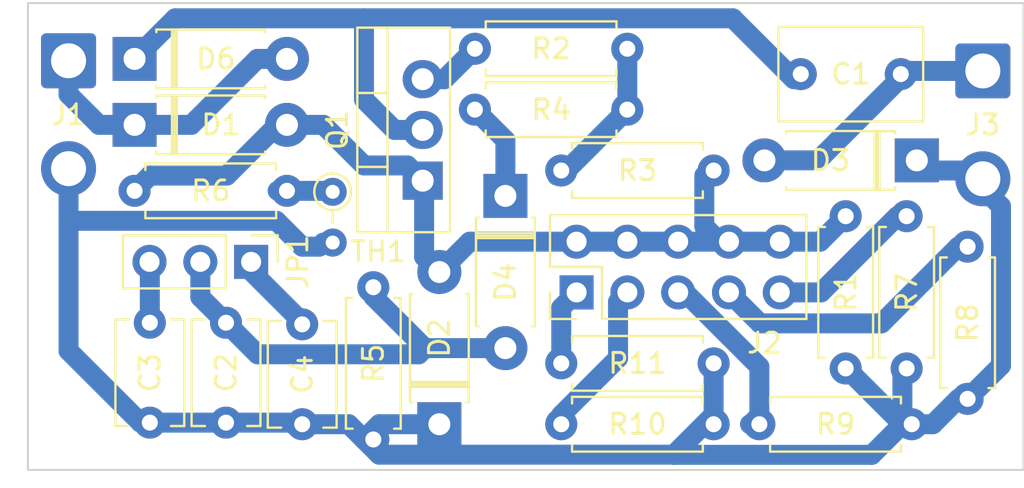
<source format=kicad_pcb>
(kicad_pcb (version 20221018) (generator pcbnew)
  (layers (0 "F.Cu" signal) (31 "B.Cu" signal) (34 "B.Paste" user) (35 "F.Paste" user) (36 "B.SilkS" user "B.Silkscreen") (37 "F.SilkS" user "F.Silkscreen") (38 "B.Mask" user) (39 "F.Mask" user) (44 "Edge.Cuts" user))
  (net 0 "")
  (net 1 "Net-(D1-K)")
  (net 2 "Net-(D6-K)")
  (net 3 "GND")
  (net 4 "Net-(D4-A)")
  (net 5 "Net-(JP1-B)")
  (net 6 "Net-(JP1-A)")
  (net 7 "Net-(D1-A)")
  (net 8 "Net-(D4-K)")
  (net 9 "Net-(Q1-G)")
  (net 10 "Net-(R2-Pad2)")
  (net 11 "Net-(R6-Pad2)")
  (net 12 "Net-(D3-A)")
  (net 13 "Net-(J2-Pin_1)")
  (net 14 "Net-(J2-Pin_3)")
  (net 15 "Net-(J2-Pin_5)")
  (net 16 "Net-(J2-Pin_7)")
  (net 17 "Net-(J2-Pin_9)")
  (footprint "Connector_Wire:SolderWire-1sqmm_1x02_P5.4mm_D1.4mm_OD2.7mm" (layer "F.Cu") (at 93.98 56.482 -90)
    (fp_text reference "J1" (at 2.7 0) (layer "F.SilkS"))
    (fp_text value "IN")
    (pad "1" thru_hole roundrect (at 0 0 270) (size 2.75 2.75) (drill 1.75) (layers "*.Cu" "*.Mask") (roundrect_rratio 0.090909) (net 1 "Net-(D1-K)"))
    (pad "2" thru_hole circle (at 5.4 0 270) (size 2.75 2.75) (drill 1.75) (layers "*.Cu" "*.Mask") (net 3 "GND"))
  )
  (footprint "Connector_PinHeader_2.54mm:PinHeader_1x03_P2.54mm_Vertical" (layer "F.Cu") (at 103.109 66.548 -90)
    (fp_text reference "JP1" (at 0 -2.33 90) (layer "F.SilkS"))
    (fp_text value "AutoR")
    (fp_line (start -1.33 -1.33) (end 0 -1.33) (stroke (width 0.12)) (layer "F.SilkS"))
    (fp_line (start -1.33 0) (end -1.33 -1.33) (stroke (width 0.12)) (layer "F.SilkS"))
    (fp_line (start -1.33 1.27) (end -1.33 6.41) (stroke (width 0.12)) (layer "F.SilkS"))
    (fp_line (start -1.33 1.27) (end 1.33 1.27) (stroke (width 0.12)) (layer "F.SilkS"))
    (fp_line (start -1.33 6.41) (end 1.33 6.41) (stroke (width 0.12)) (layer "F.SilkS"))
    (fp_line (start 1.33 1.27) (end 1.33 6.41) (stroke (width 0.12)) (layer "F.SilkS"))
    (pad "1" thru_hole rect (at 0 0 270) (size 1.7 1.7) (drill 1) (layers "*.Cu" "*.Mask") (net 6 "Net-(JP1-A)"))
    (pad "2" thru_hole oval (at 0 2.54 270) (size 1.7 1.7) (drill 1) (layers "*.Cu" "*.Mask") (net 4 "Net-(D4-A)"))
    (pad "3" thru_hole oval (at 0 5.08 270) (size 1.7 1.7) (drill 1) (layers "*.Cu" "*.Mask") (net 5 "Net-(JP1-B)"))
  )
  (footprint "Diode_THT:D_DO-41_SOD81_P7.62mm_Horizontal" (layer "F.Cu") (at 112.522 74.676 90)
    (fp_text reference "D2" (at 4.318 0 90) (layer "F.SilkS"))
    (fp_text value "1N4007")
    (fp_line (start 1.09 -1.47) (end 6.53 -1.47) (stroke (width 0.12)) (layer "F.SilkS"))
    (fp_line (start 1.09 -1.34) (end 1.09 -1.47) (stroke (width 0.12)) (layer "F.SilkS"))
    (fp_line (start 1.09 1.34) (end 1.09 1.47) (stroke (width 0.12)) (layer "F.SilkS"))
    (fp_line (start 1.09 1.47) (end 6.53 1.47) (stroke (width 0.12)) (layer "F.SilkS"))
    (fp_line (start 1.87 -1.47) (end 1.87 1.47) (stroke (width 0.12)) (layer "F.SilkS"))
    (fp_line (start 1.99 -1.47) (end 1.99 1.47) (stroke (width 0.12)) (layer "F.SilkS"))
    (fp_line (start 2.11 -1.47) (end 2.11 1.47) (stroke (width 0.12)) (layer "F.SilkS"))
    (fp_line (start 6.53 -1.47) (end 6.53 -1.34) (stroke (width 0.12)) (layer "F.SilkS"))
    (fp_line (start 6.53 1.47) (end 6.53 1.34) (stroke (width 0.12)) (layer "F.SilkS"))
    (pad "1" thru_hole rect (at 0 0 90) (size 2.2 2.2) (drill 1.1) (layers "*.Cu" "*.Mask") (net 3 "GND"))
    (pad "2" thru_hole oval (at 7.62 0 90) (size 2.2 2.2) (drill 1.1) (layers "*.Cu" "*.Mask") (net 7 "Net-(D1-A)"))
  )
  (footprint "Resistor_THT:R_Axial_DIN0207_L6.3mm_D2.5mm_P7.62mm_Horizontal" (layer "F.Cu") (at 109.22 67.818 -90)
    (fp_text reference "R5" (at 3.81 0 90) (layer "F.SilkS"))
    (fp_text value "680")
    (fp_line (start 0.54 -1.37) (end 7.08 -1.37) (stroke (width 0.12)) (layer "F.SilkS"))
    (fp_line (start 0.54 -1.04) (end 0.54 -1.37) (stroke (width 0.12)) (layer "F.SilkS"))
    (fp_line (start 0.54 1.04) (end 0.54 1.37) (stroke (width 0.12)) (layer "F.SilkS"))
    (fp_line (start 0.54 1.37) (end 7.08 1.37) (stroke (width 0.12)) (layer "F.SilkS"))
    (fp_line (start 7.08 -1.37) (end 7.08 -1.04) (stroke (width 0.12)) (layer "F.SilkS"))
    (fp_line (start 7.08 1.37) (end 7.08 1.04) (stroke (width 0.12)) (layer "F.SilkS"))
    (pad "1" thru_hole circle (at 0 0 270) (size 1.6 1.6) (drill 0.8) (layers "*.Cu" "*.Mask") (net 4 "Net-(D4-A)"))
    (pad "2" thru_hole oval (at 7.62 0 270) (size 1.6 1.6) (drill 0.8) (layers "*.Cu" "*.Mask") (net 3 "GND"))
  )
  (footprint "Connector_Wire:SolderWire-1sqmm_1x02_P5.4mm_D1.4mm_OD2.7mm" (layer "F.Cu") (at 139.7 56.99 -90)
    (fp_text reference "J3" (at 2.7 0 -180) (layer "F.SilkS"))
    (fp_text value "OUT")
    (pad "1" thru_hole roundrect (at 0 0 270) (size 2.75 2.75) (drill 1.75) (layers "*.Cu" "*.Mask") (roundrect_rratio 0.090909) (net 12 "Net-(D3-A)"))
    (pad "2" thru_hole circle (at 5.4 0 270) (size 2.75 2.75) (drill 1.75) (layers "*.Cu" "*.Mask") (net 3 "GND"))
  )
  (footprint "Resistor_THT:R_Axial_DIN0207_L6.3mm_D2.5mm_P7.62mm_Horizontal" (layer "F.Cu") (at 132.842 64.262 -90)
    (fp_text reference "R1" (at 3.81 0 90) (layer "F.SilkS"))
    (fp_text value "33 1W")
    (fp_line (start 0.54 -1.37) (end 7.08 -1.37) (stroke (width 0.12)) (layer "F.SilkS"))
    (fp_line (start 0.54 -1.04) (end 0.54 -1.37) (stroke (width 0.12)) (layer "F.SilkS"))
    (fp_line (start 0.54 1.04) (end 0.54 1.37) (stroke (width 0.12)) (layer "F.SilkS"))
    (fp_line (start 0.54 1.37) (end 7.08 1.37) (stroke (width 0.12)) (layer "F.SilkS"))
    (fp_line (start 7.08 -1.37) (end 7.08 -1.04) (stroke (width 0.12)) (layer "F.SilkS"))
    (fp_line (start 7.08 1.37) (end 7.08 1.04) (stroke (width 0.12)) (layer "F.SilkS"))
    (pad "1" thru_hole circle (at 0 0 270) (size 1.6 1.6) (drill 0.8) (layers "*.Cu" "*.Mask") (net 7 "Net-(D1-A)"))
    (pad "2" thru_hole oval (at 7.62 0 270) (size 1.6 1.6) (drill 0.8) (layers "*.Cu" "*.Mask") (net 3 "GND"))
  )
  (footprint "Resistor_THT:R_Axial_DIN0207_L6.3mm_D2.5mm_P7.62mm_Horizontal" (layer "F.Cu") (at 114.3 55.88)
    (fp_text reference "R2" (at 3.81 0) (layer "F.SilkS"))
    (fp_text value "180")
    (fp_line (start 0.54 -1.37) (end 7.08 -1.37) (stroke (width 0.12)) (layer "F.SilkS"))
    (fp_line (start 0.54 -1.04) (end 0.54 -1.37) (stroke (width 0.12)) (layer "F.SilkS"))
    (fp_line (start 0.54 1.04) (end 0.54 1.37) (stroke (width 0.12)) (layer "F.SilkS"))
    (fp_line (start 0.54 1.37) (end 7.08 1.37) (stroke (width 0.12)) (layer "F.SilkS"))
    (fp_line (start 7.08 -1.37) (end 7.08 -1.04) (stroke (width 0.12)) (layer "F.SilkS"))
    (fp_line (start 7.08 1.37) (end 7.08 1.04) (stroke (width 0.12)) (layer "F.SilkS"))
    (pad "1" thru_hole circle (at 0 0) (size 1.6 1.6) (drill 0.8) (layers "*.Cu" "*.Mask") (net 9 "Net-(Q1-G)"))
    (pad "2" thru_hole oval (at 7.62 0) (size 1.6 1.6) (drill 0.8) (layers "*.Cu" "*.Mask") (net 10 "Net-(R2-Pad2)"))
  )
  (footprint "Diode_THT:D_DO-41_SOD81_P7.62mm_Horizontal" (layer "F.Cu") (at 136.398 61.468 180)
    (fp_text reference "D3" (at 4.318 0) (layer "F.SilkS"))
    (fp_text value "1N4007")
    (fp_line (start 1.09 -1.47) (end 6.53 -1.47) (stroke (width 0.12)) (layer "F.SilkS"))
    (fp_line (start 1.09 -1.34) (end 1.09 -1.47) (stroke (width 0.12)) (layer "F.SilkS"))
    (fp_line (start 1.09 1.34) (end 1.09 1.47) (stroke (width 0.12)) (layer "F.SilkS"))
    (fp_line (start 1.09 1.47) (end 6.53 1.47) (stroke (width 0.12)) (layer "F.SilkS"))
    (fp_line (start 1.87 -1.47) (end 1.87 1.47) (stroke (width 0.12)) (layer "F.SilkS"))
    (fp_line (start 1.99 -1.47) (end 1.99 1.47) (stroke (width 0.12)) (layer "F.SilkS"))
    (fp_line (start 2.11 -1.47) (end 2.11 1.47) (stroke (width 0.12)) (layer "F.SilkS"))
    (fp_line (start 6.53 -1.47) (end 6.53 -1.34) (stroke (width 0.12)) (layer "F.SilkS"))
    (fp_line (start 6.53 1.47) (end 6.53 1.34) (stroke (width 0.12)) (layer "F.SilkS"))
    (pad "1" thru_hole rect (at 0 0 180) (size 2.2 2.2) (drill 1.1) (layers "*.Cu" "*.Mask") (net 3 "GND"))
    (pad "2" thru_hole oval (at 7.62 0 180) (size 2.2 2.2) (drill 1.1) (layers "*.Cu" "*.Mask") (net 12 "Net-(D3-A)"))
  )
  (footprint "Diode_THT:D_DO-41_SOD81_P7.62mm_Horizontal" (layer "F.Cu") (at 115.824 63.246 -90)
    (fp_text reference "D4" (at 4.318 0 90) (layer "F.SilkS"))
    (fp_text value "1N4004")
    (fp_line (start 1.09 -1.47) (end 6.53 -1.47) (stroke (width 0.12)) (layer "F.SilkS"))
    (fp_line (start 1.09 -1.34) (end 1.09 -1.47) (stroke (width 0.12)) (layer "F.SilkS"))
    (fp_line (start 1.09 1.34) (end 1.09 1.47) (stroke (width 0.12)) (layer "F.SilkS"))
    (fp_line (start 1.09 1.47) (end 6.53 1.47) (stroke (width 0.12)) (layer "F.SilkS"))
    (fp_line (start 1.87 -1.47) (end 1.87 1.47) (stroke (width 0.12)) (layer "F.SilkS"))
    (fp_line (start 1.99 -1.47) (end 1.99 1.47) (stroke (width 0.12)) (layer "F.SilkS"))
    (fp_line (start 2.11 -1.47) (end 2.11 1.47) (stroke (width 0.12)) (layer "F.SilkS"))
    (fp_line (start 6.53 -1.47) (end 6.53 -1.34) (stroke (width 0.12)) (layer "F.SilkS"))
    (fp_line (start 6.53 1.47) (end 6.53 1.34) (stroke (width 0.12)) (layer "F.SilkS"))
    (pad "1" thru_hole rect (at 0 0 270) (size 2.2 2.2) (drill 1.1) (layers "*.Cu" "*.Mask") (net 8 "Net-(D4-K)"))
    (pad "2" thru_hole oval (at 7.62 0 270) (size 2.2 2.2) (drill 1.1) (layers "*.Cu" "*.Mask") (net 4 "Net-(D4-A)"))
  )
  (footprint "Resistor_THT:R_Axial_DIN0207_L6.3mm_D2.5mm_P7.62mm_Horizontal" (layer "F.Cu") (at 128.524 74.676)
    (fp_text reference "R9" (at 3.81 0) (layer "F.SilkS"))
    (fp_text value "100")
    (fp_line (start 0.54 -1.37) (end 7.08 -1.37) (stroke (width 0.12)) (layer "F.SilkS"))
    (fp_line (start 0.54 -1.04) (end 0.54 -1.37) (stroke (width 0.12)) (layer "F.SilkS"))
    (fp_line (start 0.54 1.04) (end 0.54 1.37) (stroke (width 0.12)) (layer "F.SilkS"))
    (fp_line (start 0.54 1.37) (end 7.08 1.37) (stroke (width 0.12)) (layer "F.SilkS"))
    (fp_line (start 7.08 -1.37) (end 7.08 -1.04) (stroke (width 0.12)) (layer "F.SilkS"))
    (fp_line (start 7.08 1.37) (end 7.08 1.04) (stroke (width 0.12)) (layer "F.SilkS"))
    (pad "1" thru_hole circle (at 0 0) (size 1.6 1.6) (drill 0.8) (layers "*.Cu" "*.Mask") (net 15 "Net-(J2-Pin_5)"))
    (pad "2" thru_hole oval (at 7.62 0) (size 1.6 1.6) (drill 0.8) (layers "*.Cu" "*.Mask") (net 3 "GND"))
  )
  (footprint "Resistor_THT:R_Axial_DIN0207_L6.3mm_D2.5mm_P7.62mm_Horizontal" (layer "F.Cu") (at 138.938 65.786 -90)
    (fp_text reference "R8" (at 3.81 0 90) (layer "F.SilkS"))
    (fp_text value "180")
    (fp_line (start 0.54 -1.37) (end 7.08 -1.37) (stroke (width 0.12)) (layer "F.SilkS"))
    (fp_line (start 0.54 -1.04) (end 0.54 -1.37) (stroke (width 0.12)) (layer "F.SilkS"))
    (fp_line (start 0.54 1.04) (end 0.54 1.37) (stroke (width 0.12)) (layer "F.SilkS"))
    (fp_line (start 0.54 1.37) (end 7.08 1.37) (stroke (width 0.12)) (layer "F.SilkS"))
    (fp_line (start 7.08 -1.37) (end 7.08 -1.04) (stroke (width 0.12)) (layer "F.SilkS"))
    (fp_line (start 7.08 1.37) (end 7.08 1.04) (stroke (width 0.12)) (layer "F.SilkS"))
    (pad "1" thru_hole circle (at 0 0 270) (size 1.6 1.6) (drill 0.8) (layers "*.Cu" "*.Mask") (net 16 "Net-(J2-Pin_7)"))
    (pad "2" thru_hole oval (at 7.62 0 270) (size 1.6 1.6) (drill 0.8) (layers "*.Cu" "*.Mask") (net 3 "GND"))
  )
  (footprint "Diode_THT:D_DO-41_SOD81_P7.62mm_Horizontal" (layer "F.Cu") (at 97.282 56.388)
    (fp_text reference "D6" (at 4.064 0) (layer "F.SilkS"))
    (fp_text value "1N4007")
    (fp_line (start 1.09 -1.47) (end 6.53 -1.47) (stroke (width 0.12)) (layer "F.SilkS"))
    (fp_line (start 1.09 -1.34) (end 1.09 -1.47) (stroke (width 0.12)) (layer "F.SilkS"))
    (fp_line (start 1.09 1.34) (end 1.09 1.47) (stroke (width 0.12)) (layer "F.SilkS"))
    (fp_line (start 1.09 1.47) (end 6.53 1.47) (stroke (width 0.12)) (layer "F.SilkS"))
    (fp_line (start 1.87 -1.47) (end 1.87 1.47) (stroke (width 0.12)) (layer "F.SilkS"))
    (fp_line (start 1.99 -1.47) (end 1.99 1.47) (stroke (width 0.12)) (layer "F.SilkS"))
    (fp_line (start 2.11 -1.47) (end 2.11 1.47) (stroke (width 0.12)) (layer "F.SilkS"))
    (fp_line (start 6.53 -1.47) (end 6.53 -1.34) (stroke (width 0.12)) (layer "F.SilkS"))
    (fp_line (start 6.53 1.47) (end 6.53 1.34) (stroke (width 0.12)) (layer "F.SilkS"))
    (pad "1" thru_hole rect (at 0 0) (size 2.2 2.2) (drill 1.1) (layers "*.Cu" "*.Mask") (net 2 "Net-(D6-K)"))
    (pad "2" thru_hole oval (at 7.62 0) (size 2.2 2.2) (drill 1.1) (layers "*.Cu" "*.Mask") (net 1 "Net-(D1-K)"))
  )
  (footprint "Capacitor_THT:C_Disc_D5.1mm_W3.2mm_P5.00mm" (layer "F.Cu") (at 101.854 74.596 90)
    (fp_text reference "C2" (at 2.5 0 90) (layer "F.SilkS"))
    (fp_text value "4.7u")
    (fp_line (start -0.17 -1.721) (end -0.17 -1.055) (stroke (width 0.12)) (layer "F.SilkS"))
    (fp_line (start -0.17 -1.721) (end 5.17 -1.721) (stroke (width 0.12)) (layer "F.SilkS"))
    (fp_line (start -0.17 1.055) (end -0.17 1.721) (stroke (width 0.12)) (layer "F.SilkS"))
    (fp_line (start -0.17 1.721) (end 5.17 1.721) (stroke (width 0.12)) (layer "F.SilkS"))
    (fp_line (start 5.17 -1.721) (end 5.17 -1.055) (stroke (width 0.12)) (layer "F.SilkS"))
    (fp_line (start 5.17 1.055) (end 5.17 1.721) (stroke (width 0.12)) (layer "F.SilkS"))
    (pad "1" thru_hole circle (at 0 0 90) (size 1.6 1.6) (drill 0.8) (layers "*.Cu" "*.Mask") (net 3 "GND"))
    (pad "2" thru_hole circle (at 5 0 90) (size 1.6 1.6) (drill 0.8) (layers "*.Cu" "*.Mask") (net 4 "Net-(D4-A)"))
  )
  (footprint "Resistor_THT:R_Axial_DIN0207_L6.3mm_D2.5mm_P7.62mm_Horizontal" (layer "F.Cu") (at 118.618 74.676)
    (fp_text reference "R10" (at 3.81 0) (layer "F.SilkS"))
    (fp_text value "68")
    (fp_line (start 0.54 -1.37) (end 7.08 -1.37) (stroke (width 0.12)) (layer "F.SilkS"))
    (fp_line (start 0.54 -1.04) (end 0.54 -1.37) (stroke (width 0.12)) (layer "F.SilkS"))
    (fp_line (start 0.54 1.04) (end 0.54 1.37) (stroke (width 0.12)) (layer "F.SilkS"))
    (fp_line (start 0.54 1.37) (end 7.08 1.37) (stroke (width 0.12)) (layer "F.SilkS"))
    (fp_line (start 7.08 -1.37) (end 7.08 -1.04) (stroke (width 0.12)) (layer "F.SilkS"))
    (fp_line (start 7.08 1.37) (end 7.08 1.04) (stroke (width 0.12)) (layer "F.SilkS"))
    (pad "1" thru_hole circle (at 0 0) (size 1.6 1.6) (drill 0.8) (layers "*.Cu" "*.Mask") (net 14 "Net-(J2-Pin_3)"))
    (pad "2" thru_hole oval (at 7.62 0) (size 1.6 1.6) (drill 0.8) (layers "*.Cu" "*.Mask") (net 3 "GND"))
  )
  (footprint "Resistor_THT:R_Axial_DIN0207_L6.3mm_D2.5mm_P7.62mm_Horizontal" (layer "F.Cu") (at 135.89 64.262 -90)
    (fp_text reference "R7" (at 3.81 0 90) (layer "F.SilkS"))
    (fp_text value "330")
    (fp_line (start 0.54 -1.37) (end 7.08 -1.37) (stroke (width 0.12)) (layer "F.SilkS"))
    (fp_line (start 0.54 -1.04) (end 0.54 -1.37) (stroke (width 0.12)) (layer "F.SilkS"))
    (fp_line (start 0.54 1.04) (end 0.54 1.37) (stroke (width 0.12)) (layer "F.SilkS"))
    (fp_line (start 0.54 1.37) (end 7.08 1.37) (stroke (width 0.12)) (layer "F.SilkS"))
    (fp_line (start 7.08 -1.37) (end 7.08 -1.04) (stroke (width 0.12)) (layer "F.SilkS"))
    (fp_line (start 7.08 1.37) (end 7.08 1.04) (stroke (width 0.12)) (layer "F.SilkS"))
    (pad "1" thru_hole circle (at 0 0 270) (size 1.6 1.6) (drill 0.8) (layers "*.Cu" "*.Mask") (net 17 "Net-(J2-Pin_9)"))
    (pad "2" thru_hole oval (at 7.62 0 270) (size 1.6 1.6) (drill 0.8) (layers "*.Cu" "*.Mask") (net 3 "GND"))
  )
  (footprint "Connector_PinHeader_2.54mm:PinHeader_2x05_P2.54mm_Vertical" (layer "F.Cu") (at 119.385 68.077 90)
    (fp_text reference "J2" (at -2.535 9.393 180) (layer "F.SilkS"))
    (fp_text value "R_ARRAY")
    (fp_line (start -1.33 -1.33) (end 0 -1.33) (stroke (width 0.12)) (layer "F.SilkS"))
    (fp_line (start -1.33 0) (end -1.33 -1.33) (stroke (width 0.12)) (layer "F.SilkS"))
    (fp_line (start -1.33 1.27) (end -1.33 11.49) (stroke (width 0.12)) (layer "F.SilkS"))
    (fp_line (start -1.33 1.27) (end 1.27 1.27) (stroke (width 0.12)) (layer "F.SilkS"))
    (fp_line (start -1.33 11.49) (end 3.87 11.49) (stroke (width 0.12)) (layer "F.SilkS"))
    (fp_line (start 1.27 -1.33) (end 3.87 -1.33) (stroke (width 0.12)) (layer "F.SilkS"))
    (fp_line (start 1.27 1.27) (end 1.27 -1.33) (stroke (width 0.12)) (layer "F.SilkS"))
    (fp_line (start 3.87 -1.33) (end 3.87 11.49) (stroke (width 0.12)) (layer "F.SilkS"))
    (pad "1" thru_hole rect (at 0 0 90) (size 1.7 1.7) (drill 1) (layers "*.Cu" "*.Mask") (net 13 "Net-(J2-Pin_1)"))
    (pad "2" thru_hole oval (at 2.54 0 90) (size 1.7 1.7) (drill 1) (layers "*.Cu" "*.Mask") (net 7 "Net-(D1-A)"))
    (pad "3" thru_hole oval (at 0 2.54 90) (size 1.7 1.7) (drill 1) (layers "*.Cu" "*.Mask") (net 14 "Net-(J2-Pin_3)"))
    (pad "4" thru_hole oval (at 2.54 2.54 90) (size 1.7 1.7) (drill 1) (layers "*.Cu" "*.Mask") (net 7 "Net-(D1-A)"))
    (pad "5" thru_hole oval (at 0 5.08 90) (size 1.7 1.7) (drill 1) (layers "*.Cu" "*.Mask") (net 15 "Net-(J2-Pin_5)"))
    (pad "6" thru_hole oval (at 2.54 5.08 90) (size 1.7 1.7) (drill 1) (layers "*.Cu" "*.Mask") (net 7 "Net-(D1-A)"))
    (pad "7" thru_hole oval (at 0 7.62 90) (size 1.7 1.7) (drill 1) (layers "*.Cu" "*.Mask") (net 16 "Net-(J2-Pin_7)"))
    (pad "8" thru_hole oval (at 2.54 7.62 90) (size 1.7 1.7) (drill 1) (layers "*.Cu" "*.Mask") (net 7 "Net-(D1-A)"))
    (pad "9" thru_hole oval (at 0 10.16 90) (size 1.7 1.7) (drill 1) (layers "*.Cu" "*.Mask") (net 17 "Net-(J2-Pin_9)"))
    (pad "10" thru_hole oval (at 2.54 10.16 90) (size 1.7 1.7) (drill 1) (layers "*.Cu" "*.Mask") (net 7 "Net-(D1-A)"))
  )
  (footprint "Resistor_THT:R_Axial_DIN0207_L6.3mm_D2.5mm_P7.62mm_Horizontal" (layer "F.Cu") (at 97.282 62.992)
    (fp_text reference "R6" (at 3.81 0) (layer "F.SilkS"))
    (fp_text value "82")
    (fp_line (start 0.54 -1.37) (end 7.08 -1.37) (stroke (width 0.12)) (layer "F.SilkS"))
    (fp_line (start 0.54 -1.04) (end 0.54 -1.37) (stroke (width 0.12)) (layer "F.SilkS"))
    (fp_line (start 0.54 1.04) (end 0.54 1.37) (stroke (width 0.12)) (layer "F.SilkS"))
    (fp_line (start 0.54 1.37) (end 7.08 1.37) (stroke (width 0.12)) (layer "F.SilkS"))
    (fp_line (start 7.08 -1.37) (end 7.08 -1.04) (stroke (width 0.12)) (layer "F.SilkS"))
    (fp_line (start 7.08 1.37) (end 7.08 1.04) (stroke (width 0.12)) (layer "F.SilkS"))
    (pad "1" thru_hole circle (at 0 0) (size 1.6 1.6) (drill 0.8) (layers "*.Cu" "*.Mask") (net 7 "Net-(D1-A)"))
    (pad "2" thru_hole oval (at 7.62 0) (size 1.6 1.6) (drill 0.8) (layers "*.Cu" "*.Mask") (net 11 "Net-(R6-Pad2)"))
  )
  (footprint "Capacitor_THT:C_Disc_D5.1mm_W3.2mm_P5.00mm" (layer "F.Cu") (at 105.664 74.676 90)
    (fp_text reference "C4" (at 2.5 0 90) (layer "F.SilkS"))
    (fp_text value "2.2u")
    (fp_line (start -0.17 -1.721) (end -0.17 -1.055) (stroke (width 0.12)) (layer "F.SilkS"))
    (fp_line (start -0.17 -1.721) (end 5.17 -1.721) (stroke (width 0.12)) (layer "F.SilkS"))
    (fp_line (start -0.17 1.055) (end -0.17 1.721) (stroke (width 0.12)) (layer "F.SilkS"))
    (fp_line (start -0.17 1.721) (end 5.17 1.721) (stroke (width 0.12)) (layer "F.SilkS"))
    (fp_line (start 5.17 -1.721) (end 5.17 -1.055) (stroke (width 0.12)) (layer "F.SilkS"))
    (fp_line (start 5.17 1.055) (end 5.17 1.721) (stroke (width 0.12)) (layer "F.SilkS"))
    (pad "1" thru_hole circle (at 0 0 90) (size 1.6 1.6) (drill 0.8) (layers "*.Cu" "*.Mask") (net 3 "GND"))
    (pad "2" thru_hole circle (at 5 0 90) (size 1.6 1.6) (drill 0.8) (layers "*.Cu" "*.Mask") (net 6 "Net-(JP1-A)"))
  )
  (footprint "Capacitor_THT:C_Rect_L7.0mm_W4.5mm_P5.00mm" (layer "F.Cu") (at 130.596 57.15)
    (fp_text reference "C1" (at 2.5 0) (layer "F.SilkS"))
    (fp_text value "1u 400v")
    (fp_line (start -1.12 -2.37) (end -1.12 2.37) (stroke (width 0.12)) (layer "F.SilkS"))
    (fp_line (start -1.12 -2.37) (end 6.12 -2.37) (stroke (width 0.12)) (layer "F.SilkS"))
    (fp_line (start -1.12 2.37) (end 6.12 2.37) (stroke (width 0.12)) (layer "F.SilkS"))
    (fp_line (start 6.12 -2.37) (end 6.12 2.37) (stroke (width 0.12)) (layer "F.SilkS"))
    (pad "1" thru_hole circle (at 0 0) (size 1.6 1.6) (drill 0.8) (layers "*.Cu" "*.Mask") (net 2 "Net-(D6-K)"))
    (pad "2" thru_hole circle (at 5 0) (size 1.6 1.6) (drill 0.8) (layers "*.Cu" "*.Mask") (net 12 "Net-(D3-A)"))
  )
  (footprint "Diode_THT:D_DO-41_SOD81_P7.62mm_Horizontal" (layer "F.Cu") (at 97.282 59.69)
    (fp_text reference "D1" (at 4.318 0) (layer "F.SilkS"))
    (fp_text value "1N4007")
    (fp_line (start 1.09 -1.47) (end 6.53 -1.47) (stroke (width 0.12)) (layer "F.SilkS"))
    (fp_line (start 1.09 -1.34) (end 1.09 -1.47) (stroke (width 0.12)) (layer "F.SilkS"))
    (fp_line (start 1.09 1.34) (end 1.09 1.47) (stroke (width 0.12)) (layer "F.SilkS"))
    (fp_line (start 1.09 1.47) (end 6.53 1.47) (stroke (width 0.12)) (layer "F.SilkS"))
    (fp_line (start 1.87 -1.47) (end 1.87 1.47) (stroke (width 0.12)) (layer "F.SilkS"))
    (fp_line (start 1.99 -1.47) (end 1.99 1.47) (stroke (width 0.12)) (layer "F.SilkS"))
    (fp_line (start 2.11 -1.47) (end 2.11 1.47) (stroke (width 0.12)) (layer "F.SilkS"))
    (fp_line (start 6.53 -1.47) (end 6.53 -1.34) (stroke (width 0.12)) (layer "F.SilkS"))
    (fp_line (start 6.53 1.47) (end 6.53 1.34) (stroke (width 0.12)) (layer "F.SilkS"))
    (pad "1" thru_hole rect (at 0 0) (size 2.2 2.2) (drill 1.1) (layers "*.Cu" "*.Mask") (net 1 "Net-(D1-K)"))
    (pad "2" thru_hole oval (at 7.62 0) (size 2.2 2.2) (drill 1.1) (layers "*.Cu" "*.Mask") (net 7 "Net-(D1-A)"))
  )
  (footprint "Resistor_THT:R_Axial_DIN0207_L6.3mm_D2.5mm_P7.62mm_Horizontal" (layer "F.Cu") (at 118.618 61.976)
    (fp_text reference "R3" (at 3.81 0) (layer "F.SilkS"))
    (fp_text value "1k")
    (fp_line (start 0.54 -1.37) (end 7.08 -1.37) (stroke (width 0.12)) (layer "F.SilkS"))
    (fp_line (start 0.54 -1.04) (end 0.54 -1.37) (stroke (width 0.12)) (layer "F.SilkS"))
    (fp_line (start 0.54 1.04) (end 0.54 1.37) (stroke (width 0.12)) (layer "F.SilkS"))
    (fp_line (start 0.54 1.37) (end 7.08 1.37) (stroke (width 0.12)) (layer "F.SilkS"))
    (fp_line (start 7.08 -1.37) (end 7.08 -1.04) (stroke (width 0.12)) (layer "F.SilkS"))
    (fp_line (start 7.08 1.37) (end 7.08 1.04) (stroke (width 0.12)) (layer "F.SilkS"))
    (pad "1" thru_hole circle (at 0 0) (size 1.6 1.6) (drill 0.8) (layers "*.Cu" "*.Mask") (net 10 "Net-(R2-Pad2)"))
    (pad "2" thru_hole oval (at 7.62 0) (size 1.6 1.6) (drill 0.8) (layers "*.Cu" "*.Mask") (net 7 "Net-(D1-A)"))
  )
  (footprint "Capacitor_THT:C_Disc_D5.1mm_W3.2mm_P5.00mm" (layer "F.Cu") (at 98.044 74.596 90)
    (fp_text reference "C3" (at 2.5 0 90) (layer "F.SilkS"))
    (fp_text value "1u")
    (fp_line (start -0.17 -1.721) (end -0.17 -1.055) (stroke (width 0.12)) (layer "F.SilkS"))
    (fp_line (start -0.17 -1.721) (end 5.17 -1.721) (stroke (width 0.12)) (layer "F.SilkS"))
    (fp_line (start -0.17 1.055) (end -0.17 1.721) (stroke (width 0.12)) (layer "F.SilkS"))
    (fp_line (start -0.17 1.721) (end 5.17 1.721) (stroke (width 0.12)) (layer "F.SilkS"))
    (fp_line (start 5.17 -1.721) (end 5.17 -1.055) (stroke (width 0.12)) (layer "F.SilkS"))
    (fp_line (start 5.17 1.055) (end 5.17 1.721) (stroke (width 0.12)) (layer "F.SilkS"))
    (pad "1" thru_hole circle (at 0 0 90) (size 1.6 1.6) (drill 0.8) (layers "*.Cu" "*.Mask") (net 3 "GND"))
    (pad "2" thru_hole circle (at 5 0 90) (size 1.6 1.6) (drill 0.8) (layers "*.Cu" "*.Mask") (net 5 "Net-(JP1-B)"))
  )
  (footprint "Resistor_THT:R_Axial_DIN0207_L6.3mm_D2.5mm_P7.62mm_Horizontal" (layer "F.Cu") (at 121.92 58.928 180)
    (fp_text reference "R4" (at 3.81 0) (layer "F.SilkS"))
    (fp_text value "33")
    (fp_line (start 0.54 -1.37) (end 7.08 -1.37) (stroke (width 0.12)) (layer "F.SilkS"))
    (fp_line (start 0.54 -1.04) (end 0.54 -1.37) (stroke (width 0.12)) (layer "F.SilkS"))
    (fp_line (start 0.54 1.04) (end 0.54 1.37) (stroke (width 0.12)) (layer "F.SilkS"))
    (fp_line (start 0.54 1.37) (end 7.08 1.37) (stroke (width 0.12)) (layer "F.SilkS"))
    (fp_line (start 7.08 -1.37) (end 7.08 -1.04) (stroke (width 0.12)) (layer "F.SilkS"))
    (fp_line (start 7.08 1.37) (end 7.08 1.04) (stroke (width 0.12)) (layer "F.SilkS"))
    (pad "1" thru_hole circle (at 0 0 180) (size 1.6 1.6) (drill 0.8) (layers "*.Cu" "*.Mask") (net 10 "Net-(R2-Pad2)"))
    (pad "2" thru_hole oval (at 7.62 0 180) (size 1.6 1.6) (drill 0.8) (layers "*.Cu" "*.Mask") (net 8 "Net-(D4-K)"))
  )
  (footprint "Resistor_THT:R_Axial_DIN0204_L3.6mm_D1.6mm_P2.54mm_Vertical" (layer "F.Cu") (at 107.188 63.042 -90)
    (fp_text reference "TH1" (at 2.998 -2.286 -180) (layer "F.SilkS"))
    (fp_text value "100")
    (fp_line (start 0.92 0) (end 1.54 0) (stroke (width 0.12)) (layer "F.SilkS"))
    (fp_circle (center 0 0) (end 0.92 0) (stroke (width 0.12)) (fill none) (layer "F.SilkS"))
    (pad "1" thru_hole circle (at 0 0 270) (size 1.4 1.4) (drill 0.7) (layers "*.Cu" "*.Mask") (net 11 "Net-(R6-Pad2)"))
    (pad "2" thru_hole oval (at 2.54 0 270) (size 1.4 1.4) (drill 0.7) (layers "*.Cu" "*.Mask") (net 3 "GND"))
  )
  (footprint "Resistor_THT:R_Axial_DIN0207_L6.3mm_D2.5mm_P7.62mm_Horizontal" (layer "F.Cu") (at 118.618 71.628)
    (fp_text reference "R11" (at 3.81 0) (layer "F.SilkS"))
    (fp_text value "47")
    (fp_line (start 0.54 -1.37) (end 7.08 -1.37) (stroke (width 0.12)) (layer "F.SilkS"))
    (fp_line (start 0.54 -1.04) (end 0.54 -1.37) (stroke (width 0.12)) (layer "F.SilkS"))
    (fp_line (start 0.54 1.04) (end 0.54 1.37) (stroke (width 0.12)) (layer "F.SilkS"))
    (fp_line (start 0.54 1.37) (end 7.08 1.37) (stroke (width 0.12)) (layer "F.SilkS"))
    (fp_line (start 7.08 -1.37) (end 7.08 -1.04) (stroke (width 0.12)) (layer "F.SilkS"))
    (fp_line (start 7.08 1.37) (end 7.08 1.04) (stroke (width 0.12)) (layer "F.SilkS"))
    (pad "1" thru_hole circle (at 0 0) (size 1.6 1.6) (drill 0.8) (layers "*.Cu" "*.Mask") (net 13 "Net-(J2-Pin_1)"))
    (pad "2" thru_hole oval (at 7.62 0) (size 1.6 1.6) (drill 0.8) (layers "*.Cu" "*.Mask") (net 3 "GND"))
  )
  (footprint "Package_TO_SOT_THT:TO-220-3_Vertical" (layer "F.Cu") (at 111.689 62.484 90)
    (fp_text reference "Q1" (at 2.54 -4.27 90) (layer "F.SilkS"))
    (fp_text value "TIC106")
    (fp_line (start -2.58 -3.27) (end -2.58 1.371) (stroke (width 0.12)) (layer "F.SilkS"))
    (fp_line (start -2.58 -3.27) (end 7.66 -3.27) (stroke (width 0.12)) (layer "F.SilkS"))
    (fp_line (start -2.58 -1.76) (end 7.66 -1.76) (stroke (width 0.12)) (layer "F.SilkS"))
    (fp_line (start -2.58 1.371) (end 7.66 1.371) (stroke (width 0.12)) (layer "F.SilkS"))
    (fp_line (start 0.69 -3.27) (end 0.69 -1.76) (stroke (width 0.12)) (layer "F.SilkS"))
    (fp_line (start 4.391 -3.27) (end 4.391 -1.76) (stroke (width 0.12)) (layer "F.SilkS"))
    (fp_line (start 7.66 -3.27) (end 7.66 1.371) (stroke (width 0.12)) (layer "F.SilkS"))
    (pad "1" thru_hole rect (at 0 0 90) (size 1.905 2) (drill 1.1) (layers "*.Cu" "*.Mask") (net 7 "Net-(D1-A)"))
    (pad "2" thru_hole oval (at 2.54 0 90) (size 1.905 2) (drill 1.1) (layers "*.Cu" "*.Mask") (net 2 "Net-(D6-K)"))
    (pad "3" thru_hole oval (at 5.08 0 90) (size 1.905 2) (drill 1.1) (layers "*.Cu" "*.Mask") (net 9 "Net-(Q1-G)"))
  )
  (gr_rect (start 91.948 53.594) (end 141.732 76.962) (stroke (width 0.1)) (fill none) (layer "Edge.Cuts"))
  (segment (start 104.902 56.388) (end 103.419 56.388) (width 1) (layer "B.Cu") (net 1))
  (segment (start 103.419 56.388) (end 100.117 59.69) (width 1) (layer "B.Cu") (net 1))
  (segment (start 93.98 58.166) (end 95.504 59.69) (width 1) (layer "B.Cu") (net 1))
  (segment (start 95.504 59.69) (end 97.282 59.69) (width 1) (layer "B.Cu") (net 1))
  (segment (start 93.98 56.482) (end 93.98 58.166) (width 1) (layer "B.Cu") (net 1))
  (segment (start 100.117 59.69) (end 97.282 59.69) (width 1) (layer "B.Cu") (net 1))
  (segment (start 108.753 58.42) (end 110.277 59.944) (width 1) (layer "B.Cu") (net 2))
  (segment (start 110.277 59.944) (end 111.222 59.944) (width 1) (layer "B.Cu") (net 2))
  (segment (start 108.753 54.356) (end 108.753 58.42) (width 1) (layer "B.Cu") (net 2))
  (segment (start 97.188 56.482) (end 97.282 56.388) (width 1) (layer "B.Cu") (net 2))
  (segment (start 127.1975 54.356) (end 130.2455 57.404) (width 1) (layer "B.Cu") (net 2))
  (segment (start 97.282 56.388) (end 99.314 54.356) (width 1) (layer "B.Cu") (net 2))
  (segment (start 99.314 54.356) (end 127.1975 54.356) (width 1) (layer "B.Cu") (net 2))
  (segment (start 107.991 74.676) (end 108.753 75.438) (width 1) (layer "B.Cu") (net 3))
  (segment (start 124.255 76.208) (end 124.247 76.2) (width 1) (layer "B.Cu") (net 3))
  (segment (start 137.201 74.676) (end 135.677 74.676) (width 1) (layer "B.Cu") (net 3))
  (segment (start 126.238 71.628) (end 126.238 74.209) (width 1) (layer "B.Cu") (net 3))
  (segment (start 105.664 65.786) (end 104.37 64.492) (width 1) (layer "B.Cu") (net 3))
  (segment (start 126.238 74.209) (end 124.247 76.2) (width 1) (layer "B.Cu") (net 3))
  (segment (start 132.883 71.882) (end 135.677 74.676) (width 1) (layer "B.Cu") (net 3))
  (segment (start 140.608 63.765) (end 140.608 71.736) (width 1) (layer "B.Cu") (net 3))
  (segment (start 135.677 74.676) (end 135.677 72.095) (width 1) (layer "B.Cu") (net 3))
  (segment (start 97.577 74.596) (end 105.117 74.596) (width 1) (layer "B.Cu") (net 3))
  (segment (start 108.753 75.438) (end 109.515 76.2) (width 1) (layer "B.Cu") (net 3))
  (segment (start 94.045 64.492) (end 93.98 64.557) (width 1) (layer "B.Cu") (net 3))
  (segment (start 109.515 76.2) (end 124.247 76.2) (width 1) (layer "B.Cu") (net 3))
  (segment (start 93.98 70.999) (end 93.98 64.557) (width 1) (layer "B.Cu") (net 3))
  (segment (start 140.608 71.736) (end 138.938 73.406) (width 1) (layer "B.Cu") (net 3))
  (segment (start 112.055 74.676) (end 109.515 74.676) (width 1) (layer "B.Cu") (net 3))
  (segment (start 138.471 73.406) (end 137.201 74.676) (width 1) (layer "B.Cu") (net 3))
  (segment (start 134.145 76.208) (end 124.255 76.208) (width 1) (layer "B.Cu") (net 3))
  (segment (start 135.677 74.676) (end 134.145 76.208) (width 1) (layer "B.Cu") (net 3))
  (segment (start 139.233 62.39) (end 140.608 63.765) (width 1) (layer "B.Cu") (net 3))
  (segment (start 138.938 73.406) (end 138.471 73.406) (width 1) (layer "B.Cu") (net 3))
  (segment (start 136.439 61.976) (end 138.819 61.976) (width 1) (layer "B.Cu") (net 3))
  (segment (start 106.517 65.786) (end 105.664 65.786) (width 1) (layer "B.Cu") (net 3))
  (segment (start 93.513 61.882) (end 93.98 62.349) (width 1) (layer "B.Cu") (net 3))
  (segment (start 135.677 72.095) (end 135.89 71.882) (width 1) (layer "B.Cu") (net 3))
  (segment (start 104.37 64.492) (end 94.045 64.492) (width 1) (layer "B.Cu") (net 3))
  (segment (start 105.197 74.676) (end 107.991 74.676) (width 1) (layer "B.Cu") (net 3))
  (segment (start 109.515 74.676) (end 108.753 75.438) (width 1) (layer "B.Cu") (net 3))
  (segment (start 93.98 70.999) (end 97.577 74.596) (width 1) (layer "B.Cu") (net 3))
  (segment (start 93.98 62.349) (end 93.98 64.557) (width 1) (layer "B.Cu") (net 3))
  (segment (start 106.721 65.582) (end 106.517 65.786) (width 1) (layer "B.Cu") (net 3))
  (segment (start 109.22 68.285) (end 109.22 67.818) (width 1) (layer "B.Cu") (net 4))
  (segment (start 100.569 68.311) (end 100.569 66.548) (width 1) (layer "B.Cu") (net 4))
  (segment (start 115.357 70.866) (end 111.801 70.866) (width 1) (layer "B.Cu") (net 4))
  (segment (start 111.801 70.866) (end 111.491 71.176) (width 1) (layer "B.Cu") (net 4))
  (segment (start 111.491 71.176) (end 103.434 71.176) (width 1) (layer "B.Cu") (net 4))
  (segment (start 111.801 70.866) (end 109.22 68.285) (width 1) (layer "B.Cu") (net 4))
  (segment (start 103.434 71.176) (end 100.569 68.311) (width 1) (layer "B.Cu") (net 4))
  (segment (start 98.044 66.563) (end 98.029 66.548) (width 1) (layer "B.Cu") (net 5))
  (segment (start 98.044 69.596) (end 98.044 66.563) (width 1) (layer "B.Cu") (net 5))
  (segment (start 103.109 67.015) (end 103.109 66.548) (width 1) (layer "B.Cu") (net 6))
  (segment (start 105.664 69.676) (end 105.664 69.57) (width 1) (layer "B.Cu") (net 6))
  (segment (start 105.664 69.57) (end 103.109 67.015) (width 1) (layer "B.Cu") (net 6))
  (segment (start 114.041 65.537) (end 131.567 65.537) (width 1) (layer "B.Cu") (net 7))
  (segment (start 111.76 66.294) (end 112.522 67.056) (width 1) (layer "B.Cu") (net 7))
  (segment (start 106.721 59.69) (end 108.753 61.722) (width 1) (layer "B.Cu") (net 7))
  (segment (start 110.927 61.722) (end 111.689 62.484) (width 1) (layer "B.Cu") (net 7))
  (segment (start 101.895 62.23) (end 104.435 59.69) (width 1) (layer "B.Cu") (net 7))
  (segment (start 112.522 67.056) (end 114.041 65.537) (width 1) (layer "B.Cu") (net 7))
  (segment (start 111.689 62.484) (end 111.76 62.555) (width 1) (layer "B.Cu") (net 7))
  (segment (start 125.771 62.23) (end 125.771 64.77) (width 1) (layer "B.Cu") (net 7))
  (segment (start 98.044 62.23) (end 101.895 62.23) (width 1) (layer "B.Cu") (net 7))
  (segment (start 131.567 65.537) (end 132.842 64.262) (width 1) (layer "B.Cu") (net 7))
  (segment (start 104.435 59.69) (end 106.721 59.69) (width 1) (layer "B.Cu") (net 7))
  (segment (start 125.771 64.77) (end 126.538 65.537) (width 1) (layer "B.Cu") (net 7))
  (segment (start 97.282 62.992) (end 98.044 62.23) (width 1) (layer "B.Cu") (net 7))
  (segment (start 111.76 62.555) (end 111.76 66.294) (width 1) (layer "B.Cu") (net 7))
  (segment (start 108.753 61.722) (end 110.927 61.722) (width 1) (layer "B.Cu") (net 7))
  (segment (start 114.3 58.928) (end 115.824 60.452) (width 1) (layer "B.Cu") (net 8))
  (segment (start 115.824 60.452) (end 115.824 63.246) (width 1) (layer "B.Cu") (net 8))
  (segment (start 111.689 57.404) (end 112.776 57.404) (width 1) (layer "B.Cu") (net 9))
  (segment (start 112.776 57.404) (end 114.3 55.88) (width 1) (layer "B.Cu") (net 9))
  (segment (start 121.92 58.928) (end 121.92 55.88) (width 1) (layer "B.Cu") (net 10))
  (segment (start 118.405 62.23) (end 118.618 62.23) (width 1) (layer "B.Cu") (net 10))
  (segment (start 118.618 62.23) (end 121.92 58.928) (width 1) (layer "B.Cu") (net 10))
  (segment (start 104.435 62.992) (end 106.671 62.992) (width 1) (layer "B.Cu") (net 11))
  (segment (start 131.4565 61.468) (end 135.5205 57.404) (width 1) (layer "B.Cu") (net 12))
  (segment (start 128.311 61.468) (end 131.4565 61.468) (width 1) (layer "B.Cu") (net 12))
  (segment (start 139.233 56.99) (end 135.9345 56.99) (width 1) (layer "B.Cu") (net 12))
  (segment (start 118.618 68.844) (end 119.385 68.077) (width 1) (layer "B.Cu") (net 13))
  (segment (start 118.618 71.628) (end 118.618 68.844) (width 1) (layer "B.Cu") (net 13))
  (segment (start 121.458 71.369) (end 118.618 74.209) (width 1) (layer "B.Cu") (net 14))
  (segment (start 118.618 74.209) (end 118.618 74.676) (width 1) (layer "B.Cu") (net 14))
  (segment (start 121.458 68.544) (end 121.458 71.369) (width 1) (layer "B.Cu") (net 14))
  (segment (start 121.925 68.077) (end 121.458 68.544) (width 1) (layer "B.Cu") (net 14))
  (segment (start 124.465 68.077) (end 124.808321 68.077) (width 1) (layer "B.Cu") (net 15))
  (segment (start 128.524 74.676) (end 128.057 74.676) (width 1) (layer "B.Cu") (net 15))
  (segment (start 128.524 71.792679) (end 128.524 74.676) (width 1) (layer "B.Cu") (net 15))
  (segment (start 124.808321 68.077) (end 128.524 71.792679) (width 1) (layer "B.Cu") (net 15))
  (segment (start 134.63 69.627) (end 138.471 65.786) (width 1) (layer "B.Cu") (net 16))
  (segment (start 128.555 69.627) (end 134.63 69.627) (width 1) (layer "B.Cu") (net 16))
  (segment (start 138.471 65.786) (end 138.938 65.786) (width 1) (layer "B.Cu") (net 16))
  (segment (start 127.005 68.077) (end 128.555 69.627) (width 1) (layer "B.Cu") (net 16))
  (segment (start 131.608 68.077) (end 135.423 64.262) (width 1) (layer "B.Cu") (net 17))
  (segment (start 129.545 68.077) (end 131.608 68.077) (width 1) (layer "B.Cu") (net 17))
  (segment (start 135.423 64.262) (end 135.89 64.262) (width 1) (layer "B.Cu") (net 17))
)
</source>
